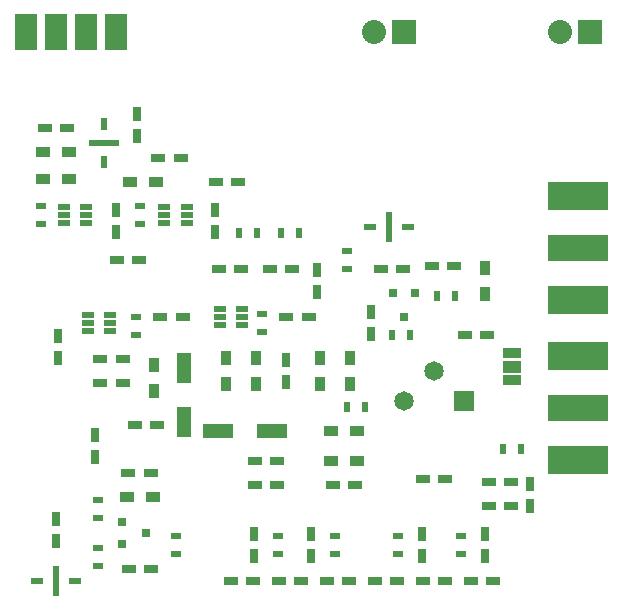
<source format=gbr>
G04 #@! TF.FileFunction,Soldermask,Top*
%FSLAX46Y46*%
G04 Gerber Fmt 4.6, Leading zero omitted, Abs format (unit mm)*
G04 Created by KiCad (PCBNEW (2015-03-31 BZR 5561)-product) date Tue 28 Apr 2015 10:13:20 PM CDT*
%MOMM*%
G01*
G04 APERTURE LIST*
%ADD10C,0.100000*%
%ADD11C,1.651000*%
%ADD12R,1.651000X1.651000*%
%ADD13R,1.200000X0.750000*%
%ADD14R,0.750000X1.200000*%
%ADD15R,0.800100X0.800100*%
%ADD16R,1.198880X2.598420*%
%ADD17R,1.198880X2.600960*%
%ADD18R,2.598420X1.198880*%
%ADD19R,2.600960X1.198880*%
%ADD20R,0.900000X0.500000*%
%ADD21R,0.500000X0.900000*%
%ADD22R,1.200000X0.900000*%
%ADD23R,0.900000X1.200000*%
%ADD24R,1.000000X0.600000*%
%ADD25R,0.600000X2.600000*%
%ADD26R,1.000000X0.500000*%
%ADD27R,2.600000X0.600000*%
%ADD28R,0.500000X1.000000*%
%ADD29R,1.524000X1.016000*%
%ADD30R,1.524000X0.965200*%
%ADD31R,5.080000X2.413000*%
%ADD32R,5.080000X2.286000*%
%ADD33R,2.032000X2.032000*%
%ADD34O,2.032000X2.032000*%
%ADD35R,1.905000X3.048000*%
G04 APERTURE END LIST*
D10*
D11*
X107696000Y-134366000D03*
X110236000Y-131826000D03*
D12*
X112776000Y-134366000D03*
D13*
X94930000Y-149606000D03*
X93030000Y-149606000D03*
D14*
X94996000Y-147508000D03*
X94996000Y-145608000D03*
D13*
X98994000Y-149606000D03*
X97094000Y-149606000D03*
D14*
X99822000Y-147508000D03*
X99822000Y-145608000D03*
D13*
X103058000Y-149606000D03*
X101158000Y-149606000D03*
X107122000Y-149606000D03*
X105222000Y-149606000D03*
D14*
X109220000Y-147508000D03*
X109220000Y-145608000D03*
D13*
X111186000Y-149606000D03*
X109286000Y-149606000D03*
D14*
X114554000Y-147508000D03*
X114554000Y-145608000D03*
D13*
X115250000Y-149606000D03*
X113350000Y-149606000D03*
D14*
X81534000Y-137226000D03*
X81534000Y-139126000D03*
X78364000Y-130744000D03*
X78364000Y-128844000D03*
X78232000Y-146238000D03*
X78232000Y-144338000D03*
D13*
X84328000Y-140462000D03*
X86228000Y-140462000D03*
X84394000Y-148590000D03*
X86294000Y-148590000D03*
X83886000Y-130810000D03*
X81986000Y-130810000D03*
X83886000Y-132842000D03*
X81986000Y-132842000D03*
X88966000Y-127254000D03*
X87066000Y-127254000D03*
D14*
X97668000Y-130876000D03*
X97668000Y-132776000D03*
D13*
X86802000Y-136398000D03*
X84902000Y-136398000D03*
X99634000Y-127254000D03*
X97734000Y-127254000D03*
X101666000Y-141478000D03*
X103566000Y-141478000D03*
X96962000Y-139446000D03*
X95062000Y-139446000D03*
X111186000Y-140970000D03*
X109286000Y-140970000D03*
X96962000Y-141478000D03*
X95062000Y-141478000D03*
X116774000Y-143256000D03*
X114874000Y-143256000D03*
X114874000Y-141224000D03*
X116774000Y-141224000D03*
D14*
X118364000Y-143256000D03*
X118364000Y-141356000D03*
X104902000Y-128712000D03*
X104902000Y-126812000D03*
D13*
X111948000Y-122936000D03*
X110048000Y-122936000D03*
D14*
X100330000Y-123256000D03*
X100330000Y-125156000D03*
D13*
X96332000Y-123190000D03*
X98232000Y-123190000D03*
X92014000Y-123190000D03*
X93914000Y-123190000D03*
X105730000Y-123190000D03*
X107630000Y-123190000D03*
D14*
X91694000Y-118176000D03*
X91694000Y-120076000D03*
D13*
X114742000Y-128778000D03*
X112842000Y-128778000D03*
D14*
X85090000Y-111948000D03*
X85090000Y-110048000D03*
D13*
X93660000Y-115824000D03*
X91760000Y-115824000D03*
X86868000Y-113792000D03*
X88768000Y-113792000D03*
X85278000Y-122428000D03*
X83378000Y-122428000D03*
D14*
X83312000Y-118176000D03*
X83312000Y-120076000D03*
D13*
X77282000Y-111252000D03*
X79182000Y-111252000D03*
D15*
X83835240Y-144592000D03*
X83835240Y-146492000D03*
X85834220Y-145542000D03*
X108646000Y-125237240D03*
X106746000Y-125237240D03*
X107696000Y-127236220D03*
D16*
X89032000Y-131556760D03*
D17*
X89032000Y-136159240D03*
D18*
X91917520Y-136906000D03*
D19*
X96520000Y-136906000D03*
D20*
X97028000Y-147308000D03*
X97028000Y-145808000D03*
X101854000Y-147308000D03*
X101854000Y-145808000D03*
X107188000Y-147308000D03*
X107188000Y-145808000D03*
X112522000Y-147308000D03*
X112522000Y-145808000D03*
X88392000Y-145808000D03*
X88392000Y-147308000D03*
X81788000Y-148324000D03*
X81788000Y-146824000D03*
X81788000Y-144260000D03*
X81788000Y-142760000D03*
X84968000Y-128778000D03*
X84968000Y-127278000D03*
X95636000Y-128512000D03*
X95636000Y-127012000D03*
D21*
X102882000Y-134874000D03*
X104382000Y-134874000D03*
X116090000Y-138430000D03*
X117590000Y-138430000D03*
X110502000Y-125476000D03*
X112002000Y-125476000D03*
D20*
X102870000Y-123178000D03*
X102870000Y-121678000D03*
D21*
X108192000Y-128778000D03*
X106692000Y-128778000D03*
D20*
X85344000Y-117880000D03*
X85344000Y-119380000D03*
X76962000Y-117868000D03*
X76962000Y-119368000D03*
D22*
X84244000Y-142494000D03*
X86444000Y-142494000D03*
D23*
X86492000Y-131318000D03*
X86492000Y-133518000D03*
X92588000Y-130726000D03*
X92588000Y-132926000D03*
X103124000Y-132926000D03*
X103124000Y-130726000D03*
X100584000Y-130726000D03*
X100584000Y-132926000D03*
D22*
X103716000Y-136906000D03*
X101516000Y-136906000D03*
X103716000Y-139446000D03*
X101516000Y-139446000D03*
D23*
X114554000Y-125306000D03*
X114554000Y-123106000D03*
D22*
X84498000Y-115824000D03*
X86698000Y-115824000D03*
X77132000Y-115570000D03*
X79332000Y-115570000D03*
X77132000Y-113284000D03*
X79332000Y-113284000D03*
D23*
X95128000Y-130726000D03*
X95128000Y-132926000D03*
D24*
X80904000Y-127112000D03*
X80904000Y-127762000D03*
X80904000Y-128412000D03*
X82804000Y-127112000D03*
X82804000Y-127762000D03*
X82804000Y-128412000D03*
X92080000Y-126604000D03*
X92080000Y-127254000D03*
X92080000Y-127904000D03*
X93980000Y-126604000D03*
X93980000Y-127254000D03*
X93980000Y-127904000D03*
X89276000Y-119268000D03*
X89276000Y-118618000D03*
X89276000Y-117968000D03*
X87376000Y-119268000D03*
X87376000Y-118618000D03*
X87376000Y-117968000D03*
X80772000Y-119268000D03*
X80772000Y-118618000D03*
X80772000Y-117968000D03*
X78872000Y-119268000D03*
X78872000Y-118618000D03*
X78872000Y-117968000D03*
D25*
X78232000Y-149606000D03*
D26*
X79832000Y-149606000D03*
X76632000Y-149606000D03*
D25*
X106426000Y-119634000D03*
D26*
X104826000Y-119634000D03*
X108026000Y-119634000D03*
D27*
X82296000Y-112522000D03*
D28*
X82296000Y-114122000D03*
X82296000Y-110922000D03*
D21*
X97282000Y-120142000D03*
X98782000Y-120142000D03*
X93738000Y-120142000D03*
X95238000Y-120142000D03*
D29*
X116840000Y-131445000D03*
D30*
X116840000Y-132588000D03*
X116840000Y-130302000D03*
D31*
X122428000Y-139319000D03*
X122428000Y-130556000D03*
X122428000Y-130556000D03*
D32*
X122428000Y-134937500D03*
D31*
X122428000Y-139319000D03*
X122428000Y-125793500D03*
X122428000Y-117030500D03*
X122428000Y-117030500D03*
D32*
X122428000Y-121412000D03*
D31*
X122428000Y-125793500D03*
D33*
X107696000Y-103124000D03*
D34*
X105156000Y-103124000D03*
D33*
X123444000Y-103124000D03*
D34*
X120904000Y-103124000D03*
D35*
X75692000Y-103124000D03*
X78232000Y-103124000D03*
X80772000Y-103124000D03*
X83312000Y-103124000D03*
M02*

</source>
